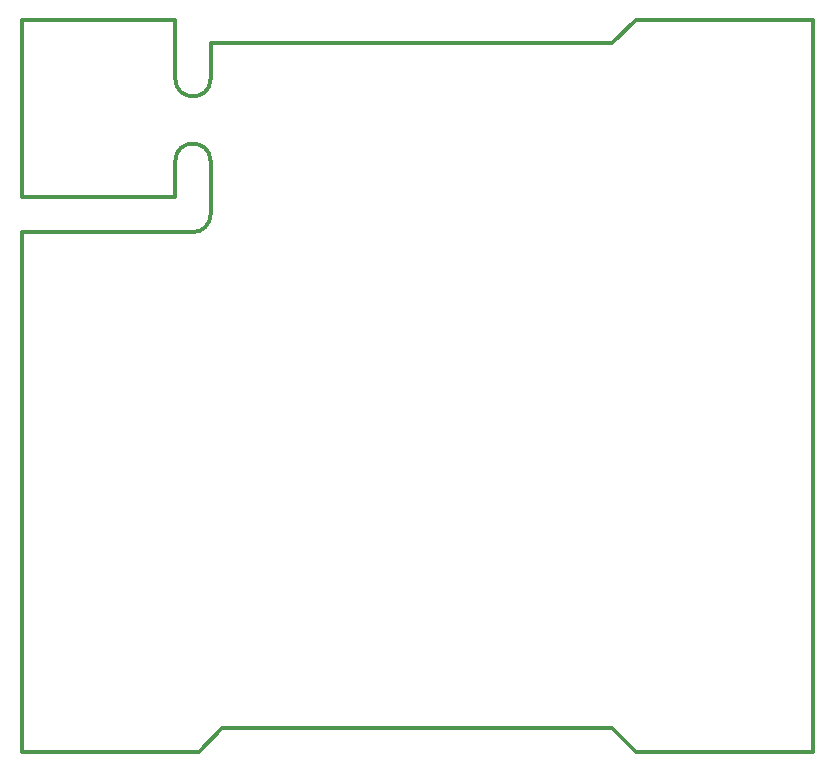
<source format=gm1>
G04 Layer_Color=16711935*
%FSLAX44Y44*%
%MOMM*%
G71*
G01*
G75*
%ADD27C,0.3000*%
D27*
X130000Y570000D02*
G03*
X160000Y570000I15000J0D01*
G01*
Y500000D02*
G03*
X130000Y500000I-15000J0D01*
G01*
X145000Y440000D02*
G03*
X160000Y455000I0J15000D01*
G01*
X0Y620000D02*
X130000D01*
X0Y470000D02*
X130000D01*
X0D02*
Y620000D01*
X130000Y570000D02*
Y620000D01*
Y470000D02*
Y500000D01*
X0Y0D02*
Y440000D01*
X145000D01*
X160000Y455000D02*
Y500000D01*
X160000Y570000D02*
Y600000D01*
X670000Y0D02*
Y620000D01*
X160000Y600000D02*
X500000D01*
X520000Y620000D01*
X670000D01*
X0Y0D02*
X150000D01*
X170000Y20000D01*
X500000D01*
X520000Y0D01*
X670000D01*
M02*

</source>
